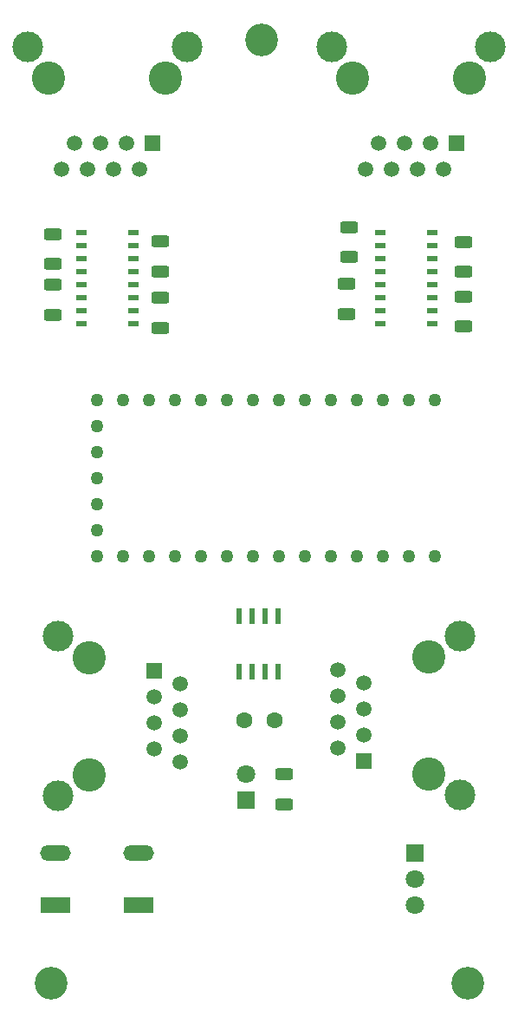
<source format=gts>
G04 #@! TF.GenerationSoftware,KiCad,Pcbnew,8.0.0*
G04 #@! TF.CreationDate,2025-01-14T11:15:22-06:00*
G04 #@! TF.ProjectId,LightControlBoard,4c696768-7443-46f6-9e74-726f6c426f61,rev?*
G04 #@! TF.SameCoordinates,Original*
G04 #@! TF.FileFunction,Soldermask,Top*
G04 #@! TF.FilePolarity,Negative*
%FSLAX46Y46*%
G04 Gerber Fmt 4.6, Leading zero omitted, Abs format (unit mm)*
G04 Created by KiCad (PCBNEW 8.0.0) date 2025-01-14 11:15:22*
%MOMM*%
%LPD*%
G01*
G04 APERTURE LIST*
G04 Aperture macros list*
%AMRoundRect*
0 Rectangle with rounded corners*
0 $1 Rounding radius*
0 $2 $3 $4 $5 $6 $7 $8 $9 X,Y pos of 4 corners*
0 Add a 4 corners polygon primitive as box body*
4,1,4,$2,$3,$4,$5,$6,$7,$8,$9,$2,$3,0*
0 Add four circle primitives for the rounded corners*
1,1,$1+$1,$2,$3*
1,1,$1+$1,$4,$5*
1,1,$1+$1,$6,$7*
1,1,$1+$1,$8,$9*
0 Add four rect primitives between the rounded corners*
20,1,$1+$1,$2,$3,$4,$5,0*
20,1,$1+$1,$4,$5,$6,$7,0*
20,1,$1+$1,$6,$7,$8,$9,0*
20,1,$1+$1,$8,$9,$2,$3,0*%
G04 Aperture macros list end*
%ADD10C,3.250000*%
%ADD11R,1.500000X1.500000*%
%ADD12C,1.500000*%
%ADD13C,3.000000*%
%ADD14C,3.200000*%
%ADD15C,1.600000*%
%ADD16RoundRect,0.250000X-0.625000X0.312500X-0.625000X-0.312500X0.625000X-0.312500X0.625000X0.312500X0*%
%ADD17RoundRect,0.250000X0.625000X-0.312500X0.625000X0.312500X-0.625000X0.312500X-0.625000X-0.312500X0*%
%ADD18R,1.800000X1.800000*%
%ADD19C,1.800000*%
%ADD20C,1.265000*%
%ADD21R,0.609600X1.549400*%
%ADD22R,1.104900X0.508000*%
%ADD23R,3.000000X1.500000*%
%ADD24O,3.000000X1.500000*%
G04 APERTURE END LIST*
D10*
X119630000Y-98160000D03*
X119630000Y-109590000D03*
D11*
X125980000Y-99430000D03*
D12*
X128520000Y-100700000D03*
X125980000Y-101970000D03*
X128520000Y-103240000D03*
X125980000Y-104510000D03*
X128520000Y-105780000D03*
X125980000Y-107050000D03*
X128520000Y-108320000D03*
D13*
X116580000Y-96105000D03*
X116580000Y-111645000D03*
D14*
X115930000Y-129940000D03*
D15*
X134755000Y-104255000D03*
X137755000Y-104255000D03*
D16*
X144780000Y-61710000D03*
X144780000Y-64635000D03*
X116090000Y-56855000D03*
X116090000Y-59780000D03*
X116060000Y-61810000D03*
X116060000Y-64735000D03*
X126570000Y-63070000D03*
X126570000Y-65995000D03*
D10*
X127085000Y-41600000D03*
X115655000Y-41600000D03*
D11*
X125815000Y-47950000D03*
D12*
X124545000Y-50490000D03*
X123275000Y-47950000D03*
X122005000Y-50490000D03*
X120735000Y-47950000D03*
X119465000Y-50490000D03*
X118195000Y-47950000D03*
X116925000Y-50490000D03*
D13*
X129140000Y-38550000D03*
X113600000Y-38550000D03*
D17*
X138655000Y-112460000D03*
X138655000Y-109535000D03*
D18*
X134930000Y-112080000D03*
D19*
X134930000Y-109540000D03*
D18*
X151430000Y-117225000D03*
D19*
X151430000Y-119765000D03*
X151430000Y-122305000D03*
D10*
X156775000Y-41645000D03*
X145345000Y-41645000D03*
D11*
X155505000Y-47995000D03*
D12*
X154235000Y-50535000D03*
X152965000Y-47995000D03*
X151695000Y-50535000D03*
X150425000Y-47995000D03*
X149155000Y-50535000D03*
X147885000Y-47995000D03*
X146615000Y-50535000D03*
D13*
X158830000Y-38595000D03*
X143290000Y-38595000D03*
D20*
X153410000Y-73040000D03*
X150870000Y-73040000D03*
X148330000Y-73040000D03*
X145790000Y-73040000D03*
X143250000Y-73040000D03*
X140710000Y-73040000D03*
X138170000Y-73040000D03*
X135630000Y-73040000D03*
X133090000Y-73040000D03*
X130550000Y-73040000D03*
X128010000Y-73040000D03*
X125470000Y-73040000D03*
X122930000Y-73040000D03*
X120390000Y-73040000D03*
X120390000Y-75580000D03*
X120390000Y-78120000D03*
X120390000Y-80660000D03*
X120390000Y-83200000D03*
X120390000Y-85740000D03*
X120390000Y-88280000D03*
X122930000Y-88280000D03*
X125470000Y-88280000D03*
X128010000Y-88280000D03*
X130550000Y-88280000D03*
X133090000Y-88280000D03*
X135630000Y-88280000D03*
X138170000Y-88280000D03*
X140710000Y-88280000D03*
X143250000Y-88280000D03*
X145790000Y-88280000D03*
X148330000Y-88280000D03*
X150870000Y-88280000D03*
X153410000Y-88280000D03*
D21*
X138060000Y-94105000D03*
X136790000Y-94105000D03*
X135520000Y-94105000D03*
X134250000Y-94105000D03*
X134250000Y-99505000D03*
X135520000Y-99505000D03*
X136790000Y-99505000D03*
X138060000Y-99505000D03*
D14*
X156600000Y-129940000D03*
D22*
X153110000Y-65574262D03*
X153110000Y-64304262D03*
X153110000Y-63034262D03*
X153110000Y-61764262D03*
X153110000Y-60494262D03*
X153110000Y-59224262D03*
X153110000Y-57954262D03*
X153110000Y-56684262D03*
X148030000Y-56684262D03*
X148030000Y-57954262D03*
X148030000Y-59224262D03*
X148030000Y-60494262D03*
X148030000Y-61764262D03*
X148030000Y-63034262D03*
X148030000Y-64304262D03*
X148030000Y-65574262D03*
D16*
X156170000Y-57605000D03*
X156170000Y-60530000D03*
X126570000Y-57565000D03*
X126570000Y-60490000D03*
D14*
X136430000Y-37940000D03*
D23*
X116280000Y-122280000D03*
X124480000Y-122280000D03*
D24*
X116280000Y-117280000D03*
X124480000Y-117280000D03*
D16*
X145010000Y-56185000D03*
X145010000Y-59110000D03*
X156190000Y-62940000D03*
X156190000Y-65865000D03*
D10*
X152770000Y-109540000D03*
X152770000Y-98110000D03*
D11*
X146420000Y-108270000D03*
D12*
X143880000Y-107000000D03*
X146420000Y-105730000D03*
X143880000Y-104460000D03*
X146420000Y-103190000D03*
X143880000Y-101920000D03*
X146420000Y-100650000D03*
X143880000Y-99380000D03*
D13*
X155820000Y-111595000D03*
X155820000Y-96055000D03*
D22*
X123920000Y-65574262D03*
X123920000Y-64304262D03*
X123920000Y-63034262D03*
X123920000Y-61764262D03*
X123920000Y-60494262D03*
X123920000Y-59224262D03*
X123920000Y-57954262D03*
X123920000Y-56684262D03*
X118840000Y-56684262D03*
X118840000Y-57954262D03*
X118840000Y-59224262D03*
X118840000Y-60494262D03*
X118840000Y-61764262D03*
X118840000Y-63034262D03*
X118840000Y-64304262D03*
X118840000Y-65574262D03*
M02*

</source>
